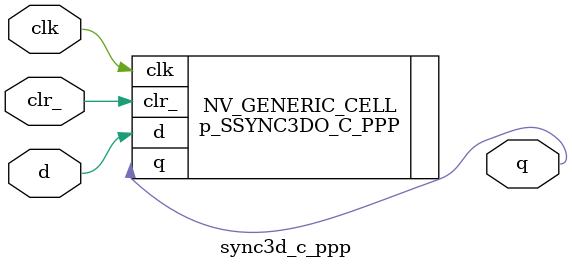
<source format=v>
`timescale 10ps/1ps
module sync3d_c_ppp ( d, clk, clr_, q );
input d, clk, clr_;
output q;
    p_SSYNC3DO_C_PPP NV_GENERIC_CELL( .d(d), .clk(clk), .clr_(clr_), .q(q) );
// synopsys dc_script_begin
// synopsys dc_script_end
//g2c if {[find / -null_ok -subdesign sync3d_c_ppp] != {} } { set_attr preserve 1 [find / -subdesign sync3d_c_ppp] }
endmodule

</source>
